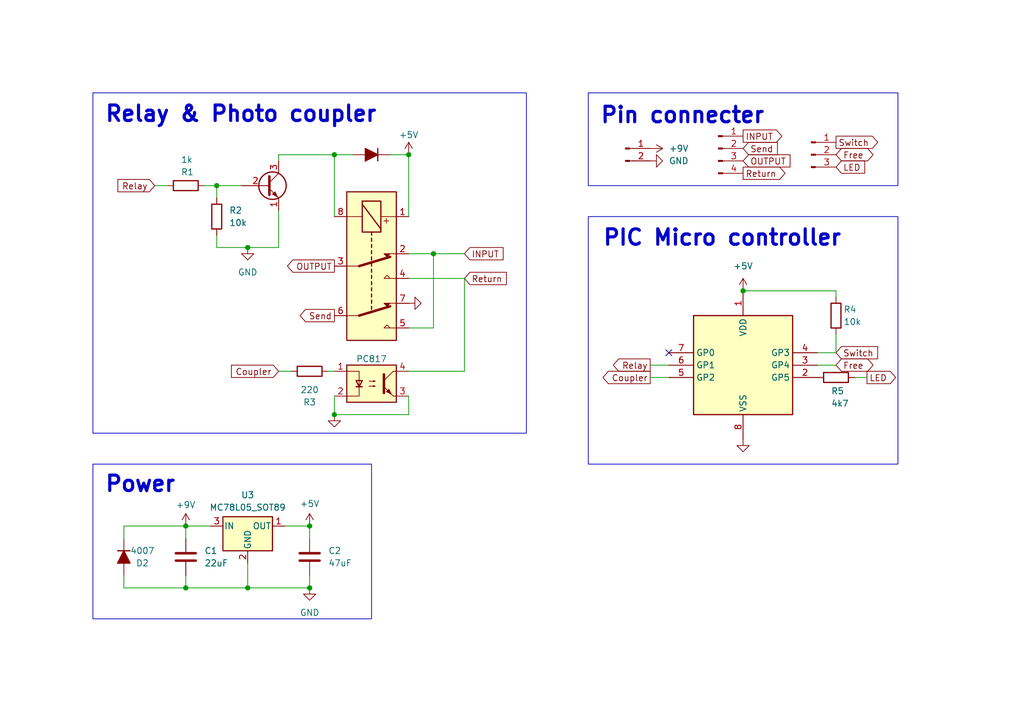
<source format=kicad_sch>
(kicad_sch (version 20231120) (generator "eeschema") (generator_version "8.0")
  (paper "A5")
  (title_block (title "Module-01") (date "2024-12-23") (rev "2.0") (company "1x telescope"))
  (lib_symbols
    (symbol "Connector:Conn_01x02_Pin" (pin_names (offset 1.016) hide)
      (property "Reference" "J" (at 0 2.54 0))
      (property "Value" "Conn_01x02_Pin" (at 0 -5.08 0))
      (symbol "Conn_01x02_Pin_1_1"
        (polyline (pts (xy 1.27 -2.54) (xy 0.8636 -2.54)) (stroke (width 0.1524)))
        (polyline (pts (xy 1.27 0) (xy 0.8636 0)) (stroke (width 0.1524)))
        (rectangle (start 0.8636 -2.413) (end 0 -2.667) (stroke (width 0.1524)) (fill (type outline)))
        (rectangle (start 0.8636 0.127) (end 0 -0.127) (stroke (width 0.1524)) (fill (type outline)))
        (pin passive line (at 5.08 0 180) (length 3.81) (name "Pin_1") (number "1"))
        (pin passive line (at 5.08 -2.54 180) (length 3.81) (name "Pin_2") (number "2"))
      )
    )
    (symbol "Connector:Conn_01x03_Pin" (pin_names (offset 1.016) hide)
      (property "Reference" "J" (at 0 5.08 0))
      (property "Value" "Conn_01x03_Pin" (at 0 -5.08 0))
      (symbol "Conn_01x03_Pin_1_1"
        (polyline (pts (xy 1.27 -2.54) (xy 0.8636 -2.54)) (stroke (width 0.1524)))
        (polyline (pts (xy 1.27 0) (xy 0.8636 0)) (stroke (width 0.1524)))
        (polyline (pts (xy 1.27 2.54) (xy 0.8636 2.54)) (stroke (width 0.1524)))
        (rectangle (start 0.8636 -2.413) (end 0 -2.667) (stroke (width 0.1524)) (fill (type outline)))
        (rectangle (start 0.8636 0.127) (end 0 -0.127) (stroke (width 0.1524)) (fill (type outline)))
        (rectangle (start 0.8636 2.667) (end 0 2.413) (stroke (width 0.1524)) (fill (type outline)))
        (pin passive line (at 5.08 2.54 180) (length 3.81) (name "Pin_1") (number "1"))
        (pin passive line (at 5.08 0 180) (length 3.81) (name "Pin_2") (number "2"))
        (pin passive line (at 5.08 -2.54 180) (length 3.81) (name "Pin_3") (number "3"))
      )
    )
    (symbol "Connector:Conn_01x04_Pin" (pin_names (offset 1.016) hide)
      (property "Reference" "J" (at 0 5.08 0))
      (property "Value" "Conn_01x04_Pin" (at 0 -7.62 0))
      (symbol "Conn_01x04_Pin_1_1"
        (polyline (pts (xy 1.27 -5.08) (xy 0.8636 -5.08)) (stroke (width 0.1524)))
        (polyline (pts (xy 1.27 -2.54) (xy 0.8636 -2.54)) (stroke (width 0.1524)))
        (polyline (pts (xy 1.27 0) (xy 0.8636 0)) (stroke (width 0.1524)))
        (polyline (pts (xy 1.27 2.54) (xy 0.8636 2.54)) (stroke (width 0.1524)))
        (rectangle (start 0.8636 -4.953) (end 0 -5.207) (stroke (width 0.1524)) (fill (type outline)))
        (rectangle (start 0.8636 -2.413) (end 0 -2.667) (stroke (width 0.1524)) (fill (type outline)))
        (rectangle (start 0.8636 0.127) (end 0 -0.127) (stroke (width 0.1524)) (fill (type outline)))
        (rectangle (start 0.8636 2.667) (end 0 2.413) (stroke (width 0.1524)) (fill (type outline)))
        (pin passive line (at 5.08 2.54 180) (length 3.81) (name "Pin_1") (number "1"))
        (pin passive line (at 5.08 0 180) (length 3.81) (name "Pin_2") (number "2"))
        (pin passive line (at 5.08 -2.54 180) (length 3.81) (name "Pin_3") (number "3"))
        (pin passive line (at 5.08 -5.08 180) (length 3.81) (name "Pin_4") (number "4"))
      )
    )
    (symbol "Device:C" (pin_numbers hide) (pin_names (offset 0.254))
      (property "Reference" "C" (at 0.635 2.54 0))
      (property "Value" "C" (at 0.635 -2.54 0))
      (symbol "C_0_1"
        (polyline (pts (xy -2.032 -0.762) (xy 2.032 -0.762)) (stroke (width 0.508)))
        (polyline (pts (xy -2.032 0.762) (xy 2.032 0.762)) (stroke (width 0.508)))
      )
      (symbol "C_1_1"
        (pin passive line (at 0 3.81 270) (length 2.794) (name "~") (number "1"))
        (pin passive line (at 0 -3.81 90) (length 2.794) (name "~") (number "2"))
      )
    )
    (symbol "Device:R" (pin_numbers hide) (pin_names (offset 0))
      (property "Reference" "R" (at 2.032 0 90))
      (property "Value" "R" (at 0 0 90))
      (symbol "R_0_1"
        (rectangle (start -1.016 -2.54) (end 1.016 2.54) (stroke (width 0.254)))
      )
      (symbol "R_1_1"
        (pin passive line (at 0 3.81 270) (length 1.27) (name "~") (number "1"))
        (pin passive line (at 0 -3.81 90) (length 1.27) (name "~") (number "2"))
      )
    )
    (symbol "Isolator:PC817" (pin_names (offset 1.016))
      (property "Reference" "U" (at -5.08 5.08 0))
      (property "Value" "PC817" (at 0 5.08 0))
      (symbol "PC817_0_1"
        (rectangle (start -5.08 3.81) (end 5.08 -3.81) (stroke (width 0.254)) (fill (type background)))
        (polyline (pts (xy -3.175 -0.635) (xy -1.905 -0.635)) (stroke (width 0.254)))
        (polyline (pts (xy 2.54 0.635) (xy 4.445 2.54)))
        (polyline (pts (xy 4.445 -2.54) (xy 2.54 -0.635)) (fill (type outline)))
        (polyline (pts (xy 4.445 -2.54) (xy 5.08 -2.54)))
        (polyline (pts (xy 4.445 2.54) (xy 5.08 2.54)))
        (polyline (pts (xy -5.08 2.54) (xy -2.54 2.54) (xy -2.54 -0.635)))
        (polyline (pts (xy -2.54 -0.635) (xy -2.54 -2.54) (xy -5.08 -2.54)))
        (polyline (pts (xy 2.54 1.905) (xy 2.54 -1.905) (xy 2.54 -1.905)) (stroke (width 0.508)))
        (polyline (pts (xy -2.54 -0.635) (xy -3.175 0.635) (xy -1.905 0.635) (xy -2.54 -0.635)) (stroke (width 0.254)))
        (polyline (pts (xy -0.508 -0.508) (xy 0.762 -0.508) (xy 0.381 -0.635) (xy 0.381 -0.381) (xy 0.762 -0.508)))
        (polyline (pts (xy -0.508 0.508) (xy 0.762 0.508) (xy 0.381 0.381) (xy 0.381 0.635) (xy 0.762 0.508)))
        (polyline (pts (xy 3.048 -1.651) (xy 3.556 -1.143) (xy 4.064 -2.159) (xy 3.048 -1.651) (xy 3.048 -1.651)) (fill (type outline)))
      )
      (symbol "PC817_1_1"
        (pin passive line (at -7.62 2.54 0) (length 2.54) (name "~") (number "1"))
        (pin passive line (at -7.62 -2.54 0) (length 2.54) (name "~") (number "2"))
        (pin passive line (at 7.62 -2.54 180) (length 2.54) (name "~") (number "3"))
        (pin passive line (at 7.62 2.54 180) (length 2.54) (name "~") (number "4"))
      )
    )
    (symbol "MCU_Microchip_PIC12:PIC12F675-xP"
      (property "Reference" "U" (at 1.27 13.97 0))
      (property "Value" "PIC12F675-xP" (at 1.27 11.43 0))
      (symbol "PIC12F675-xP_0_1"
        (rectangle (start 10.16 -10.16) (end -10.16 10.16) (stroke (width 0.254)) (fill (type background)))
      )
      (symbol "PIC12F675-xP_1_1"
        (pin power_in line (at 0 15.24 270) (length 5.08) (name "VDD") (number "1"))
        (pin bidirectional line (at 15.24 -2.54 180) (length 5.08) (name "GP5") (number "2"))
        (pin bidirectional line (at 15.24 0 180) (length 5.08) (name "GP4") (number "3"))
        (pin input line (at 15.24 2.54 180) (length 5.08) (name "GP3") (number "4"))
        (pin bidirectional line (at -15.24 -2.54 0) (length 5.08) (name "GP2") (number "5"))
        (pin bidirectional line (at -15.24 0 0) (length 5.08) (name "GP1") (number "6"))
        (pin bidirectional line (at -15.24 2.54 0) (length 5.08) (name "GP0") (number "7"))
        (pin power_in line (at 0 -15.24 90) (length 5.08) (name "VSS") (number "8"))
      )
    )
    (symbol "PCM_Diode_AKL:CD4148W" (pin_numbers hide) (pin_names (offset 1.016) hide)
      (property "Reference" "D" (at 0 5.08 0))
      (property "Value" "CD4148W" (at 0 2.54 0))
      (symbol "CD4148W_0_1"
        (polyline (pts (xy -1.27 0) (xy 1.27 0)))
        (polyline (pts (xy 1.27 1.27) (xy 1.27 -1.27)) (stroke (width 0.254)))
        (polyline (pts (xy -1.27 1.27) (xy -1.27 -1.27) (xy 1.27 0) (xy -1.27 1.27)) (stroke (width 0.254)) (fill (type outline)))
      )
      (symbol "CD4148W_1_1"
        (pin passive line (at 3.81 0 180) (length 2.54) (name "K") (number "1"))
        (pin passive line (at -3.81 0 0) (length 2.54) (name "A") (number "2"))
      )
    )
    (symbol "Regulator_Linear:MC78L05_SOT89" (pin_names (offset 0.254))
      (property "Reference" "U" (at -3.81 3.175 0))
      (property "Value" "MC78L05_SOT89" (at -0.635 3.175 0))
      (symbol "MC78L05_SOT89_0_1"
        (rectangle (start -5.08 1.905) (end 5.08 -5.08) (stroke (width 0.254)) (fill (type background)))
      )
      (symbol "MC78L05_SOT89_1_1"
        (pin power_out line (at 7.62 0 180) (length 2.54) (name "OUT") (number "1"))
        (pin power_in line (at 0 -7.62 90) (length 2.54) (name "GND") (number "2"))
        (pin power_in line (at -7.62 0 0) (length 2.54) (name "IN") (number "3"))
      )
    )
    (symbol "Relay:G6K-2"
      (property "Reference" "K" (at 16.51 3.81 0))
      (property "Value" "G6K-2" (at 16.51 1.27 0))
      (symbol "G6K-2_0_0"
        (text "+" (at -9.271 2.921 0) (effects (font (size 1.27 1.27))))
      )
      (symbol "G6K-2_0_1"
        (rectangle (start -15.24 5.08) (end 15.24 -5.08) (stroke (width 0.254)) (fill (type background)))
        (rectangle (start -13.335 1.905) (end -6.985 -1.905) (stroke (width 0.254)))
        (polyline (pts (xy -12.7 -1.905) (xy -7.62 1.905)) (stroke (width 0.254)))
        (polyline (pts (xy -10.16 -5.08) (xy -10.16 -1.905)))
        (polyline (pts (xy -10.16 5.08) (xy -10.16 1.905)))
        (polyline (pts (xy -6.985 0) (xy -6.35 0)) (stroke (width 0.254)))
        (polyline (pts (xy -5.715 0) (xy -5.08 0)) (stroke (width 0.254)))
        (polyline (pts (xy -4.445 0) (xy -3.81 0)) (stroke (width 0.254)))
        (polyline (pts (xy -3.175 0) (xy -2.54 0)) (stroke (width 0.254)))
        (polyline (pts (xy -1.905 0) (xy -1.27 0)) (stroke (width 0.254)))
        (polyline (pts (xy -0.635 0) (xy 0 0)) (stroke (width 0.254)))
        (polyline (pts (xy 0 -2.54) (xy -1.905 3.81)) (stroke (width 0.508)))
        (polyline (pts (xy 0 -2.54) (xy 0 -5.08)))
        (polyline (pts (xy 0.635 0) (xy 1.27 0)) (stroke (width 0.254)))
        (polyline (pts (xy 1.905 0) (xy 2.54 0)) (stroke (width 0.254)))
        (polyline (pts (xy 3.175 0) (xy 3.81 0)) (stroke (width 0.254)))
        (polyline (pts (xy 4.445 0) (xy 5.08 0)) (stroke (width 0.254)))
        (polyline (pts (xy 5.715 0) (xy 6.35 0)) (stroke (width 0.254)))
        (polyline (pts (xy 6.985 0) (xy 7.62 0)) (stroke (width 0.254)))
        (polyline (pts (xy 8.255 0) (xy 8.89 0)) (stroke (width 0.254)))
        (polyline (pts (xy 10.16 -2.54) (xy 8.255 3.81)) (stroke (width 0.508)))
        (polyline (pts (xy 10.16 -2.54) (xy 10.16 -5.08)))
        (polyline (pts (xy -2.54 5.08) (xy -2.54 2.54) (xy -1.905 3.175) (xy -2.54 3.81)) (fill (type outline)))
        (polyline (pts (xy 2.54 5.08) (xy 2.54 2.54) (xy 1.905 3.175) (xy 2.54 3.81)))
        (polyline (pts (xy 7.62 5.08) (xy 7.62 2.54) (xy 8.255 3.175) (xy 7.62 3.81)) (fill (type outline)))
        (polyline (pts (xy 12.7 5.08) (xy 12.7 2.54) (xy 12.065 3.175) (xy 12.7 3.81)))
      )
      (symbol "G6K-2_1_1"
        (pin passive line (at -10.16 7.62 270) (length 2.54) (name "~") (number "1"))
        (pin passive line (at -2.54 7.62 270) (length 2.54) (name "~") (number "2"))
        (pin passive line (at 0 -7.62 90) (length 2.54) (name "~") (number "3"))
        (pin passive line (at 2.54 7.62 270) (length 2.54) (name "~") (number "4"))
        (pin passive line (at 12.7 7.62 270) (length 2.54) (name "~") (number "5"))
        (pin passive line (at 10.16 -7.62 90) (length 2.54) (name "~") (number "6"))
        (pin passive line (at 7.62 7.62 270) (length 2.54) (name "~") (number "7"))
        (pin passive line (at -10.16 -7.62 90) (length 2.54) (name "~") (number "8"))
      )
    )
    (symbol "Transistor_BJT:2N3904" (pin_names (offset 0) hide)
      (property "Reference" "Q" (at 5.08 1.905 0))
      (property "Value" "2N3904" (at 5.08 0 0))
      (symbol "2N3904_0_1"
        (polyline (pts (xy 0.635 0.635) (xy 2.54 2.54)))
        (polyline (pts (xy 0.635 -0.635) (xy 2.54 -2.54) (xy 2.54 -2.54)))
        (polyline (pts (xy 0.635 1.905) (xy 0.635 -1.905) (xy 0.635 -1.905)) (stroke (width 0.508)))
        (polyline (pts (xy 1.27 -1.778) (xy 1.778 -1.27) (xy 2.286 -2.286) (xy 1.27 -1.778) (xy 1.27 -1.778)) (fill (type outline)))
        (circle (center 1.27 0) (radius 2.8194) (stroke (width 0.254)))
      )
      (symbol "2N3904_1_1"
        (pin passive line (at 2.54 -5.08 90) (length 2.54) (name "E") (number "1"))
        (pin passive line (at -5.08 0 0) (length 5.715) (name "B") (number "2"))
        (pin passive line (at 2.54 5.08 270) (length 2.54) (name "C") (number "3"))
      )
    )
    (symbol "power:+5V" (power) (pin_numbers hide) (pin_names (offset 0) hide)
      (property "Value" "+5V" (at 0 3.556 0))
      (symbol "+5V_0_1"
        (polyline (pts (xy -0.762 1.27) (xy 0 2.54)))
        (polyline (pts (xy 0 0) (xy 0 2.54)))
        (polyline (pts (xy 0 2.54) (xy 0.762 1.27)))
      )
      (symbol "+5V_1_1"
        (pin power_in line (at 0 0 90) (length 0) (name "~") (number "1"))
      )
    )
    (symbol "power:+9V" (power) (pin_numbers hide) (pin_names (offset 0) hide)
      (property "Value" "+9V" (at 0 3.556 0))
      (symbol "+9V_0_1"
        (polyline (pts (xy -0.762 1.27) (xy 0 2.54)))
        (polyline (pts (xy 0 0) (xy 0 2.54)))
        (polyline (pts (xy 0 2.54) (xy 0.762 1.27)))
      )
      (symbol "+9V_1_1"
        (pin power_in line (at 0 0 90) (length 0) (name "~") (number "1"))
      )
    )
    (symbol "power:GND" (power) (pin_numbers hide) (pin_names (offset 0) hide)
      (property "Value" "GND" (at 0 -3.81 0))
      (symbol "GND_0_1"
        (polyline (pts (xy 0 0) (xy 0 -1.27) (xy 1.27 -1.27) (xy 0 -2.54) (xy -1.27 -1.27) (xy 0 -1.27)))
      )
      (symbol "GND_1_1"
        (pin power_in line (at 0 0 270) (length 0) (name "~") (number "1"))
      )
    )
  )
  (junction (at 50.8 120.65))
  (junction (at 63.5 107.95))
  (junction (at 68.58 31.75))
  (junction (at 38.1 107.95))
  (junction (at 50.8 50.8))
  (junction (at 152.4 59.69))
  (junction (at 88.9 52.07))
  (junction (at 38.1 120.65))
  (junction (at 68.58 85.09))
  (junction (at 83.82 31.75))
  (junction (at 44.45 38.1))
  (junction (at 63.5 120.65))
  (no_connect (at 137.16 72.39))
  (wire (pts (xy 68.58 31.75) (xy 72.39 31.75)))
  (wire (pts (xy 38.1 107.95) (xy 43.18 107.95)))
  (wire (pts (xy 133.35 74.93) (xy 137.16 74.93)))
  (wire (pts (xy 171.45 60.96) (xy 171.45 59.69)))
  (wire (pts (xy 95.25 57.15) (xy 83.82 57.15)))
  (wire (pts (xy 57.15 31.75) (xy 57.15 33.02)))
  (wire (pts (xy 44.45 38.1) (xy 49.53 38.1)))
  (wire (pts (xy 50.8 50.8) (xy 44.45 50.8)))
  (wire (pts (xy 177.8 77.47) (xy 175.26 77.47)))
  (wire (pts (xy 63.5 120.65) (xy 63.5 118.11)))
  (wire (pts (xy 68.58 76.2) (xy 67.31 76.2)))
  (wire (pts (xy 68.58 85.09) (xy 83.82 85.09)))
  (wire (pts (xy 88.9 52.07) (xy 88.9 67.31)))
  (wire (pts (xy 25.4 120.65) (xy 25.4 118.11)))
  (wire (pts (xy 44.45 48.26) (xy 44.45 50.8)))
  (wire (pts (xy 152.4 59.69) (xy 171.45 59.69)))
  (wire (pts (xy 25.4 107.95) (xy 38.1 107.95)))
  (wire (pts (xy 133.35 77.47) (xy 137.16 77.47)))
  (wire (pts (xy 83.82 31.75) (xy 83.82 44.45)))
  (wire (pts (xy 83.82 81.28) (xy 83.82 85.09)))
  (wire (pts (xy 68.58 31.75) (xy 68.58 44.45)))
  (wire (pts (xy 38.1 120.65) (xy 50.8 120.65)))
  (wire (pts (xy 38.1 120.65) (xy 38.1 118.11)))
  (wire (pts (xy 57.15 50.8) (xy 50.8 50.8)))
  (wire (pts (xy 57.15 50.8) (xy 57.15 43.18)))
  (wire (pts (xy 63.5 120.65) (xy 50.8 120.65)))
  (wire (pts (xy 95.25 76.2) (xy 95.25 57.15)))
  (wire (pts (xy 171.45 72.39) (xy 167.64 72.39)))
  (wire (pts (xy 50.8 115.57) (xy 50.8 120.65)))
  (wire (pts (xy 171.45 74.93) (xy 167.64 74.93)))
  (wire (pts (xy 63.5 107.95) (xy 63.5 110.49)))
  (wire (pts (xy 83.82 76.2) (xy 95.25 76.2)))
  (wire (pts (xy 44.45 38.1) (xy 44.45 40.64)))
  (wire (pts (xy 59.69 76.2) (xy 57.15 76.2)))
  (wire (pts (xy 25.4 120.65) (xy 38.1 120.65)))
  (wire (pts (xy 171.45 68.58) (xy 171.45 72.39)))
  (wire (pts (xy 25.4 107.95) (xy 25.4 110.49)))
  (wire (pts (xy 41.91 38.1) (xy 44.45 38.1)))
  (wire (pts (xy 31.75 38.1) (xy 34.29 38.1)))
  (wire (pts (xy 83.82 52.07) (xy 88.9 52.07)))
  (wire (pts (xy 88.9 67.31) (xy 83.82 67.31)))
  (wire (pts (xy 88.9 52.07) (xy 95.25 52.07)))
  (wire (pts (xy 57.15 31.75) (xy 68.58 31.75)))
  (wire (pts (xy 58.42 107.95) (xy 63.5 107.95)))
  (wire (pts (xy 80.01 31.75) (xy 83.82 31.75)))
  (wire (pts (xy 68.58 85.09) (xy 68.58 81.28)))
  (wire (pts (xy 38.1 107.95) (xy 38.1 110.49)))
  (rectangle (start 19.05 95.25) (end 76.2 127))
  (rectangle (start 19.05 19.05) (end 107.95 88.9))
  (rectangle (start 120.65 19.05) (end 184.15 38.1))
  (rectangle (start 120.65 44.45) (end 184.15 95.25))
  (text "Pin connecter" (at 122.936 25.654 0) (effects (font (size 3.175 3.175) (thickness 0.635) (bold yes)) (justify left bottom)))
  (text "PIC Micro controller" (at 123.444 50.8 0) (effects (font (size 3.175 3.175) (thickness 0.635) (bold yes)) (justify left bottom)))
  (text "Relay & Photo coupler" (at 21.336 25.4 0) (effects (font (size 3.175 3.175) (thickness 0.635) (bold yes)) (justify left bottom)))
  (text "Power" (at 21.336 101.346 0) (effects (font (size 3.175 3.175) (thickness 0.635) (bold yes)) (justify left bottom)))
  (global_label "Switch" (shape input) (at 171.45 72.39 0) (property "Intersheetrefs" "${INTERSHEET_REFS}" (effects (hide yes))))
  (global_label "LED" (shape output) (at 177.8 77.47 0) (property "Intersheetrefs" "${INTERSHEET_REFS}" (effects (hide yes))))
  (global_label "Return" (shape output) (at 152.4 35.56 0) (property "Intersheetrefs" "${INTERSHEET_REFS}" (effects (hide yes))))
  (global_label "Coupler" (shape input) (at 57.15 76.2 180) (property "Intersheetrefs" "${INTERSHEET_REFS}" (effects (hide yes))))
  (global_label "Send" (shape input) (at 152.4 30.48 0) (property "Intersheetrefs" "${INTERSHEET_REFS}" (effects (hide yes))))
  (global_label "OUTPUT" (shape output) (at 68.58 54.61 180) (property "Intersheetrefs" "${INTERSHEET_REFS}" (effects (hide yes))))
  (global_label "Send" (shape output) (at 68.58 64.77 180) (property "Intersheetrefs" "${INTERSHEET_REFS}" (effects (hide yes))))
  (global_label "Return" (shape input) (at 95.25 57.15 0) (property "Intersheetrefs" "${INTERSHEET_REFS}" (effects (hide yes))))
  (global_label "OUTPUT" (shape input) (at 152.4 33.02 0) (property "Intersheetrefs" "${INTERSHEET_REFS}" (effects (hide yes))))
  (global_label "Free" (shape bidirectional) (at 171.45 74.93 0) (property "Intersheetrefs" "${INTERSHEET_REFS}" (effects (hide yes))))
  (global_label "Free" (shape bidirectional) (at 171.45 31.75 0) (property "Intersheetrefs" "${INTERSHEET_REFS}" (effects (hide yes))))
  (global_label "INPUT" (shape input) (at 95.25 52.07 0) (property "Intersheetrefs" "${INTERSHEET_REFS}" (effects (hide yes))))
  (global_label "Switch" (shape output) (at 171.45 29.21 0) (property "Intersheetrefs" "${INTERSHEET_REFS}" (effects (hide yes))))
  (global_label "Coupler" (shape output) (at 133.35 77.47 180) (property "Intersheetrefs" "${INTERSHEET_REFS}" (effects (hide yes))))
  (global_label "LED" (shape input) (at 171.45 34.29 0) (property "Intersheetrefs" "${INTERSHEET_REFS}" (effects (hide yes))))
  (global_label "Relay" (shape input) (at 31.75 38.1 180) (property "Intersheetrefs" "${INTERSHEET_REFS}" (effects (hide yes))))
  (global_label "INPUT" (shape output) (at 152.4 27.94 0) (property "Intersheetrefs" "${INTERSHEET_REFS}" (effects (hide yes))))
  (global_label "Relay" (shape output) (at 133.35 74.93 180) (property "Intersheetrefs" "${INTERSHEET_REFS}" (effects (hide yes))))
  (symbol (lib_id "Device:R") (at 44.45 44.45 180) (unit 1)
    (property "Reference" "R2" (at 46.99 43.1799 0) (effects (justify right)))
    (property "Value" "10k" (at 46.99 45.7199 0) (effects (justify right)))
    (property "Footprint" "Resistor_SMD:R_0805_2012Metric" (effects (hide yes)))
    (property "Description" "Resistor" (effects (hide yes)))
  )
  (symbol (lib_id "Relay:G6K-2") (at 76.2 54.61 270) (unit 1)
    (property "Reference" "K1" (effects (hide yes)))
    (property "Value" "Relay" (effects (hide yes)))
    (property "Footprint" "Relay_SMD:Relay_DPDT_Omron_G6K-2G-Y" (effects (hide yes)))
    (property "Datasheet" "http://omronfs.omron.com/en_US/ecb/products/pdf/en-g6k.pdf" (effects (hide yes)))
    (property "Description" "Miniature 2-pole relay, Single-side Stable" (effects (hide yes)))
  )
  (symbol (lib_id "Device:C") (at 63.5 114.3 0) (unit 1)
    (property "Reference" "C2" (at 67.31 113.0299 0) (effects (justify left)))
    (property "Value" "47uF" (at 67.31 115.5699 0) (effects (justify left)))
    (property "Footprint" "Capacitor_SMD:C_1206_3216Metric" (effects (hide yes)))
    (property "Description" "Unpolarized capacitor" (effects (hide yes)))
  )
  (symbol (lib_id "PCM_Diode_AKL:CD4148W") (at 25.4 114.3 90) (unit 1)
    (property "Reference" "D2" (at 29.21 115.57 90))
    (property "Value" "4007" (at 29.21 113.03 90))
    (property "Footprint" "Diode_SMD:D_SOD-323" (effects (hide yes)))
    (property "Datasheet" "https://datasheet.octopart.com/CD4148WS%280805C%29-Diodes-Inc.-datasheet-23752567.pdf" (effects (hide yes)))
    (property "Description" "1206 Diode, Small Signal, Fast Switching, 75V, 150mA, 4ns, Alternate KiCad Library" (effects (hide yes)))
  )
  (symbol (lib_id "Isolator:PC817") (at 76.2 78.74 0) (unit 1)
    (property "Reference" "U1" (effects (hide yes)))
    (property "Value" "PC817" (at 76.2 73.66 0))
    (property "Footprint" "Package_DIP:DIP-4_W7.62mm" (effects (hide yes)))
    (property "Datasheet" "http://www.soselectronic.cz/a_info/resource/d/pc817.pdf" (effects (hide yes)))
    (property "Description" "DC Optocoupler, Vce 35V, CTR 50-300%, DIP-4" (effects (hide yes)))
  )
  (symbol (lib_id "power:+5V") (at 63.5 107.95 0) (unit 1)
    (property "Reference" "#PWR010" (effects (hide yes)))
    (property "Value" "+5V" (at 61.468 103.378 0) (effects (justify left)))
    (property "Description" "Power symbol creates a global label with name \"+5V\"" (effects (hide yes)))
  )
  (symbol (lib_id "power:GND") (at 83.82 62.23 90) (unit 1)
    (property "Reference" "#PWR06" (effects (hide yes)))
    (property "Value" "GND" (effects (hide yes)))
    (property "Description" "Power symbol creates a global label with name \"GND\" , ground" (effects (hide yes)))
  )
  (symbol (lib_id "Device:R") (at 171.45 64.77 0) (unit 1)
    (property "Reference" "R4" (at 172.974 63.5 0) (effects (justify left)))
    (property "Value" "10k" (at 172.974 66.04 0) (effects (justify left)))
    (property "Footprint" "Resistor_SMD:R_0805_2012Metric" (effects (hide yes)))
    (property "Description" "Resistor" (effects (hide yes)))
  )
  (symbol (lib_id "power:GND") (at 152.4 90.17 0) (unit 1)
    (property "Reference" "#PWR09" (effects (hide yes)))
    (property "Value" "GND" (effects (hide yes)))
    (property "Description" "Power symbol creates a global label with name \"GND\" , ground" (effects (hide yes)))
  )
  (symbol (lib_id "Device:R") (at 38.1 38.1 90) (mirror x) (unit 1)
    (property "Reference" "R1" (at 37.084 35.306 90) (effects (justify right)))
    (property "Value" "1k" (at 37.084 32.766 90) (effects (justify right)))
    (property "Footprint" "Resistor_SMD:R_0805_2012Metric" (effects (hide yes)))
    (property "Description" "Resistor" (effects (hide yes)))
  )
  (symbol (lib_id "Transistor_BJT:2N3904") (at 54.61 38.1 0) (unit 1)
    (property "Reference" "Q1" (effects (hide yes)))
    (property "Value" "2N3904" (effects (hide yes)))
    (property "Footprint" "Package_TO_SOT_SMD:SOT-23" (effects (hide yes)))
    (property "Datasheet" "https://www.onsemi.com/pub/Collateral/2N3903-D.PDF" (effects (hide yes)))
    (property "Description" "0.2A Ic, 40V Vce, Small Signal NPN Transistor, TO-92" (effects (hide yes)))
  )
  (symbol (lib_id "Device:R") (at 63.5 76.2 270) (unit 1)
    (property "Reference" "R3" (at 63.5 82.55 90))
    (property "Value" "220" (at 63.5 80.01 90))
    (property "Footprint" "Resistor_SMD:R_0805_2012Metric" (effects (hide yes)))
    (property "Description" "Resistor" (effects (hide yes)))
  )
  (symbol (lib_id "power:+5V") (at 152.4 59.69 0) (unit 1)
    (property "Reference" "#PWR08" (effects (hide yes)))
    (property "Value" "+5V" (at 152.4 54.61 0))
    (property "Description" "Power symbol creates a global label with name \"+5V\"" (effects (hide yes)))
  )
  (symbol (lib_id "power:GND") (at 133.35 33.02 90) (unit 1)
    (property "Reference" "#PWR02" (effects (hide yes)))
    (property "Value" "GND" (at 137.16 33.0199 90) (effects (justify right)))
    (property "Description" "Power symbol creates a global label with name \"GND\" , ground" (effects (hide yes)))
  )
  (symbol (lib_id "Connector:Conn_01x02_Pin") (at 128.27 30.48 0) (unit 1)
    (property "Reference" "J1" (effects (hide yes)))
    (property "Value" "Conn_01x07_Pin" (effects (hide yes)))
    (property "Footprint" "Connector_PinHeader_2.54mm:PinHeader_1x02_P2.54mm_Vertical" (effects (hide yes)))
    (property "Description" "Generic connector, single row, 01x02, script generated" (effects (hide yes)))
  )
  (symbol (lib_id "PCM_Diode_AKL:CD4148W") (at 76.2 31.75 0) (mirror x) (unit 1)
    (property "Reference" "D1" (effects (hide yes)))
    (property "Value" "CD4148W" (effects (hide yes)))
    (property "Footprint" "Diode_SMD:D_SOD-323" (effects (hide yes)))
    (property "Datasheet" "https://datasheet.octopart.com/CD4148WS%280805C%29-Diodes-Inc.-datasheet-23752567.pdf" (effects (hide yes)))
    (property "Description" "1206 Diode, Small Signal, Fast Switching, 75V, 150mA, 4ns, Alternate KiCad Library" (effects (hide yes)))
  )
  (symbol (lib_id "power:GND") (at 63.5 120.65 0) (unit 1)
    (property "Reference" "#PWR011" (effects (hide yes)))
    (property "Value" "GND" (at 63.5 125.73 0))
    (property "Description" "Power symbol creates a global label with name \"GND\" , ground" (effects (hide yes)))
  )
  (symbol (lib_id "power:+9V") (at 38.1 107.95 0) (mirror y) (unit 1)
    (property "Reference" "#PWR07" (effects (hide yes)))
    (property "Value" "+9V" (at 40.132 103.632 0) (effects (justify left)))
    (property "Description" "Power symbol creates a global label with name \"+9V\"" (effects (hide yes)))
  )
  (symbol (lib_id "Connector:Conn_01x04_Pin") (at 147.32 30.48 0) (unit 1)
    (property "Reference" "J2" (effects (hide yes)))
    (property "Value" "Conn_01x07_Pin" (effects (hide yes)))
    (property "Footprint" "Connector_PinHeader_2.54mm:PinHeader_1x04_P2.54mm_Vertical" (effects (hide yes)))
    (property "Description" "Generic connector, single row, 01x04, script generated" (effects (hide yes)))
  )
  (symbol (lib_id "power:+5V") (at 83.82 31.75 0) (unit 1)
    (property "Reference" "#PWR05" (effects (hide yes)))
    (property "Value" "+5V" (at 83.82 27.686 0))
    (property "Description" "Power symbol creates a global label with name \"+5V\"" (effects (hide yes)))
  )
  (symbol (lib_id "Device:R") (at 171.45 77.47 90) (unit 1)
    (property "Reference" "R5" (at 170.434 80.264 90) (effects (justify right)))
    (property "Value" "4k7" (at 170.434 82.804 90) (effects (justify right)))
    (property "Footprint" "Resistor_SMD:R_0805_2012Metric" (effects (hide yes)))
    (property "Description" "Resistor" (effects (hide yes)))
  )
  (symbol (lib_id "MCU_Microchip_PIC12:PIC12F675-xP") (at 152.4 74.93 0) (unit 1)
    (property "Reference" "U2" (effects (hide yes)))
    (property "Value" "PIC12F675-xP" (effects (hide yes)))
    (property "Footprint" "Package_DIP:DIP-8_W7.62mm" (effects (hide yes)))
    (property "Datasheet" "https://ww1.microchip.com/downloads/en/DeviceDoc/41190G.pdf" (effects (hide yes)))
    (property "Description" "1024W Flash, 64B SRAM, 128B EEPROM, PDIP-8" (effects (hide yes)))
  )
  (symbol (lib_id "Device:C") (at 38.1 114.3 0) (unit 1)
    (property "Reference" "C1" (at 41.91 113.0299 0) (effects (justify left)))
    (property "Value" "22uF" (at 41.91 115.5699 0) (effects (justify left)))
    (property "Footprint" "Capacitor_SMD:C_0805_2012Metric" (effects (hide yes)))
    (property "Description" "Unpolarized capacitor" (effects (hide yes)))
  )
  (symbol (lib_id "Regulator_Linear:MC78L05_SOT89") (at 50.8 107.95 0) (unit 1)
    (property "Reference" "U3" (at 50.8 101.6 0))
    (property "Value" "MC78L05_SOT89" (at 50.8 104.14 0))
    (property "Footprint" "Package_TO_SOT_SMD:SOT-89-3" (effects (hide yes)))
    (property "Datasheet" "https://www.onsemi.com/pub/Collateral/MC78L00A-D.PDF" (effects (hide yes)))
    (property "Description" "Positive 100mA 30V Linear Regulator, Fixed Output 5V, SOT-89" (effects (hide yes)))
  )
  (symbol (lib_id "power:GND") (at 50.8 50.8 0) (mirror y) (unit 1)
    (property "Reference" "#PWR03" (effects (hide yes)))
    (property "Value" "GND" (at 50.8 55.88 0))
    (property "Description" "Power symbol creates a global label with name \"GND\" , ground" (effects (hide yes)))
  )
  (symbol (lib_id "power:+9V") (at 133.35 30.48 270) (mirror x) (unit 1)
    (property "Reference" "#PWR01" (effects (hide yes)))
    (property "Value" "+9V" (at 137.16 30.48 90) (effects (justify left)))
    (property "Description" "Power symbol creates a global label with name \"+9V\"" (effects (hide yes)))
  )
  (symbol (lib_id "Connector:Conn_01x03_Pin") (at 166.37 31.75 0) (unit 1)
    (property "Reference" "J3" (effects (hide yes)))
    (property "Value" "Conn_01x07_Pin" (effects (hide yes)))
    (property "Footprint" "Connector_PinHeader_2.54mm:PinHeader_1x03_P2.54mm_Vertical" (effects (hide yes)))
    (property "Description" "Generic connector, single row, 01x03, script generated" (effects (hide yes)))
  )
  (symbol (lib_id "power:GND") (at 68.58 85.09 0) (unit 1)
    (property "Reference" "#PWR04" (effects (hide yes)))
    (property "Value" "GND" (effects (hide yes)))
    (property "Description" "Power symbol creates a global label with name \"GND\" , ground" (effects (hide yes)))
  )
)
</source>
